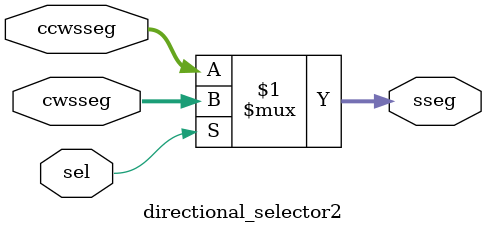
<source format=v>
`timescale 1ns / 1ps
module directional_selector2(
			input wire [7:0] cwsseg,
			input wire [7:0] ccwsseg,
			input wire  sel,
			output wire [7:0] sseg
    );
		assign sseg = (sel)? cwsseg: ccwsseg;
			 
endmodule 
</source>
